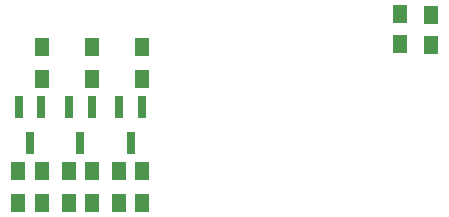
<source format=gtp>
G04 #@! TF.GenerationSoftware,KiCad,Pcbnew,(5.0.0)*
G04 #@! TF.CreationDate,2019-02-03T17:05:02-08:00*
G04 #@! TF.ProjectId,mlab100_Base_Panel_1.5,6D6C61623130305F426173655F50616E,rev?*
G04 #@! TF.SameCoordinates,Original*
G04 #@! TF.FileFunction,Paste,Top*
G04 #@! TF.FilePolarity,Positive*
%FSLAX46Y46*%
G04 Gerber Fmt 4.6, Leading zero omitted, Abs format (unit mm)*
G04 Created by KiCad (PCBNEW (5.0.0)) date 02/03/19 17:05:02*
%MOMM*%
%LPD*%
G01*
G04 APERTURE LIST*
%ADD10R,1.300000X1.500000*%
%ADD11R,0.800000X1.900000*%
%ADD12R,1.250000X1.500000*%
G04 APERTURE END LIST*
D10*
G04 #@! TO.C,R5*
X23750000Y-70900000D03*
X23750000Y-73600000D03*
G04 #@! TD*
G04 #@! TO.C,R7*
X15250000Y-70900000D03*
X15250000Y-73600000D03*
G04 #@! TD*
D11*
G04 #@! TO.C,Q6*
X19450000Y-65500000D03*
X17550000Y-65500000D03*
X18500000Y-68500000D03*
G04 #@! TD*
G04 #@! TO.C,Q2*
X23700000Y-65500000D03*
X21800000Y-65500000D03*
X22750000Y-68500000D03*
G04 #@! TD*
G04 #@! TO.C,Q4*
X15200000Y-65500000D03*
X13300000Y-65500000D03*
X14250000Y-68500000D03*
G04 #@! TD*
D12*
G04 #@! TO.C,C4*
X45600000Y-60100000D03*
X45600000Y-57600000D03*
G04 #@! TD*
G04 #@! TO.C,C3*
X48200000Y-57700000D03*
X48200000Y-60200000D03*
G04 #@! TD*
D10*
G04 #@! TO.C,R9*
X19500000Y-70900000D03*
X19500000Y-73600000D03*
G04 #@! TD*
G04 #@! TO.C,D3*
X21750000Y-70900000D03*
X21750000Y-73600000D03*
G04 #@! TD*
G04 #@! TO.C,D6*
X13250000Y-73600000D03*
X13250000Y-70900000D03*
G04 #@! TD*
G04 #@! TO.C,D7*
X17500000Y-70900000D03*
X17500000Y-73600000D03*
G04 #@! TD*
G04 #@! TO.C,R4*
X23750000Y-60400000D03*
X23750000Y-63100000D03*
G04 #@! TD*
G04 #@! TO.C,R6*
X15250000Y-63100000D03*
X15250000Y-60400000D03*
G04 #@! TD*
G04 #@! TO.C,R8*
X19500000Y-60400000D03*
X19500000Y-63100000D03*
G04 #@! TD*
M02*

</source>
